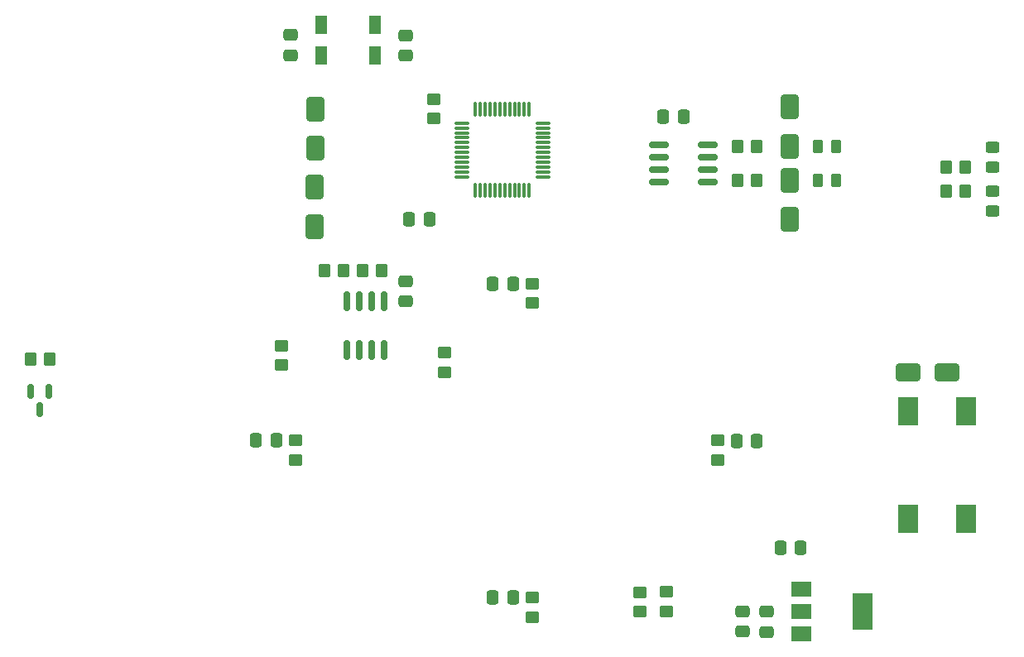
<source format=gbr>
%TF.GenerationSoftware,KiCad,Pcbnew,7.0.9*%
%TF.CreationDate,2024-02-19T11:32:55-03:00*%
%TF.ProjectId,iSTF,69535446-2e6b-4696-9361-645f70636258,rev?*%
%TF.SameCoordinates,Original*%
%TF.FileFunction,Paste,Bot*%
%TF.FilePolarity,Positive*%
%FSLAX46Y46*%
G04 Gerber Fmt 4.6, Leading zero omitted, Abs format (unit mm)*
G04 Created by KiCad (PCBNEW 7.0.9) date 2024-02-19 11:32:55*
%MOMM*%
%LPD*%
G01*
G04 APERTURE LIST*
G04 Aperture macros list*
%AMRoundRect*
0 Rectangle with rounded corners*
0 $1 Rounding radius*
0 $2 $3 $4 $5 $6 $7 $8 $9 X,Y pos of 4 corners*
0 Add a 4 corners polygon primitive as box body*
4,1,4,$2,$3,$4,$5,$6,$7,$8,$9,$2,$3,0*
0 Add four circle primitives for the rounded corners*
1,1,$1+$1,$2,$3*
1,1,$1+$1,$4,$5*
1,1,$1+$1,$6,$7*
1,1,$1+$1,$8,$9*
0 Add four rect primitives between the rounded corners*
20,1,$1+$1,$2,$3,$4,$5,0*
20,1,$1+$1,$4,$5,$6,$7,0*
20,1,$1+$1,$6,$7,$8,$9,0*
20,1,$1+$1,$8,$9,$2,$3,0*%
G04 Aperture macros list end*
%ADD10RoundRect,0.250000X0.450000X-0.350000X0.450000X0.350000X-0.450000X0.350000X-0.450000X-0.350000X0*%
%ADD11RoundRect,0.250000X0.350000X0.450000X-0.350000X0.450000X-0.350000X-0.450000X0.350000X-0.450000X0*%
%ADD12RoundRect,0.150000X-0.150000X0.587500X-0.150000X-0.587500X0.150000X-0.587500X0.150000X0.587500X0*%
%ADD13R,1.300000X1.900000*%
%ADD14RoundRect,0.250000X-0.350000X-0.450000X0.350000X-0.450000X0.350000X0.450000X-0.350000X0.450000X0*%
%ADD15RoundRect,0.250000X-0.650000X1.000000X-0.650000X-1.000000X0.650000X-1.000000X0.650000X1.000000X0*%
%ADD16RoundRect,0.250000X0.337500X0.475000X-0.337500X0.475000X-0.337500X-0.475000X0.337500X-0.475000X0*%
%ADD17RoundRect,0.075000X-0.662500X-0.075000X0.662500X-0.075000X0.662500X0.075000X-0.662500X0.075000X0*%
%ADD18RoundRect,0.075000X-0.075000X-0.662500X0.075000X-0.662500X0.075000X0.662500X-0.075000X0.662500X0*%
%ADD19RoundRect,0.250000X-0.475000X0.337500X-0.475000X-0.337500X0.475000X-0.337500X0.475000X0.337500X0*%
%ADD20RoundRect,0.250000X0.262500X0.450000X-0.262500X0.450000X-0.262500X-0.450000X0.262500X-0.450000X0*%
%ADD21RoundRect,0.250000X-0.337500X-0.475000X0.337500X-0.475000X0.337500X0.475000X-0.337500X0.475000X0*%
%ADD22RoundRect,0.250000X0.650000X-1.000000X0.650000X1.000000X-0.650000X1.000000X-0.650000X-1.000000X0*%
%ADD23R,2.000000X1.500000*%
%ADD24R,2.000000X3.800000*%
%ADD25RoundRect,0.250000X1.000000X0.650000X-1.000000X0.650000X-1.000000X-0.650000X1.000000X-0.650000X0*%
%ADD26R,2.000000X3.000000*%
%ADD27RoundRect,0.150000X-0.825000X-0.150000X0.825000X-0.150000X0.825000X0.150000X-0.825000X0.150000X0*%
%ADD28RoundRect,0.250000X-0.450000X0.350000X-0.450000X-0.350000X0.450000X-0.350000X0.450000X0.350000X0*%
%ADD29RoundRect,0.250000X0.475000X-0.337500X0.475000X0.337500X-0.475000X0.337500X-0.475000X-0.337500X0*%
%ADD30RoundRect,0.250000X-0.450000X0.325000X-0.450000X-0.325000X0.450000X-0.325000X0.450000X0.325000X0*%
%ADD31RoundRect,0.150000X0.150000X-0.825000X0.150000X0.825000X-0.150000X0.825000X-0.150000X-0.825000X0*%
%ADD32RoundRect,0.250000X0.450000X-0.325000X0.450000X0.325000X-0.450000X0.325000X-0.450000X-0.325000X0*%
G04 APERTURE END LIST*
D10*
%TO.C,R1*%
X141610000Y-80462111D03*
X141610000Y-78462111D03*
%TD*%
D11*
%TO.C,R14*%
X102350000Y-105082111D03*
X100350000Y-105082111D03*
%TD*%
D12*
%TO.C,Q1*%
X100350000Y-108394611D03*
X102250000Y-108394611D03*
X101300000Y-110269611D03*
%TD*%
D13*
%TO.C,Y2*%
X135610000Y-74032111D03*
X130110000Y-74032111D03*
X130110000Y-70832111D03*
X135610000Y-70832111D03*
%TD*%
D14*
%TO.C,R3*%
X194000000Y-87925000D03*
X196000000Y-87925000D03*
%TD*%
%TO.C,R13*%
X134300000Y-96042111D03*
X136300000Y-96042111D03*
%TD*%
D15*
%TO.C,D8*%
X178000000Y-79292111D03*
X178000000Y-83292111D03*
%TD*%
D10*
%TO.C,R4*%
X165440000Y-130872111D03*
X165440000Y-128872111D03*
%TD*%
D16*
%TO.C,C16*%
X174667500Y-113422111D03*
X172592500Y-113422111D03*
%TD*%
D17*
%TO.C,U2*%
X144467500Y-86420388D03*
X144467500Y-85920388D03*
X144467500Y-85420388D03*
X144467500Y-84920388D03*
X144467500Y-84420388D03*
X144467500Y-83920388D03*
X144467500Y-83420388D03*
X144467500Y-82920388D03*
X144467500Y-82420388D03*
X144467500Y-81920388D03*
X144467500Y-81420388D03*
X144467500Y-80920388D03*
D18*
X145880000Y-79507888D03*
X146380000Y-79507888D03*
X146880000Y-79507888D03*
X147380000Y-79507888D03*
X147880000Y-79507888D03*
X148380000Y-79507888D03*
X148880000Y-79507888D03*
X149380000Y-79507888D03*
X149880000Y-79507888D03*
X150380000Y-79507888D03*
X150880000Y-79507888D03*
X151380000Y-79507888D03*
D17*
X152792500Y-80920388D03*
X152792500Y-81420388D03*
X152792500Y-81920388D03*
X152792500Y-82420388D03*
X152792500Y-82920388D03*
X152792500Y-83420388D03*
X152792500Y-83920388D03*
X152792500Y-84420388D03*
X152792500Y-84920388D03*
X152792500Y-85420388D03*
X152792500Y-85920388D03*
X152792500Y-86420388D03*
D18*
X151380000Y-87832888D03*
X150880000Y-87832888D03*
X150380000Y-87832888D03*
X149880000Y-87832888D03*
X149380000Y-87832888D03*
X148880000Y-87832888D03*
X148380000Y-87832888D03*
X147880000Y-87832888D03*
X147380000Y-87832888D03*
X146880000Y-87832888D03*
X146380000Y-87832888D03*
X145880000Y-87832888D03*
%TD*%
D19*
%TO.C,C14*%
X126970000Y-71914611D03*
X126970000Y-73989611D03*
%TD*%
D20*
%TO.C,TH1*%
X182752500Y-86792111D03*
X180927500Y-86792111D03*
%TD*%
D21*
%TO.C,C19*%
X147662500Y-129472111D03*
X149737500Y-129472111D03*
%TD*%
D22*
%TO.C,D6*%
X178000000Y-90802111D03*
X178000000Y-86802111D03*
%TD*%
D21*
%TO.C,C17*%
X123442500Y-113402111D03*
X125517500Y-113402111D03*
%TD*%
D11*
%TO.C,R16*%
X174670000Y-83312111D03*
X172670000Y-83312111D03*
%TD*%
%TO.C,R15*%
X174670000Y-86802111D03*
X172670000Y-86802111D03*
%TD*%
D23*
%TO.C,U3*%
X179190000Y-133202111D03*
X179190000Y-130902111D03*
D24*
X185490000Y-130902111D03*
D23*
X179190000Y-128602111D03*
%TD*%
D25*
%TO.C,D1*%
X194100000Y-106400000D03*
X190100000Y-106400000D03*
%TD*%
D14*
%TO.C,R2*%
X194000000Y-85425000D03*
X196000000Y-85425000D03*
%TD*%
D22*
%TO.C,D2*%
X129500000Y-83499611D03*
X129500000Y-79499611D03*
%TD*%
D26*
%TO.C,J5*%
X196100000Y-110400000D03*
X190100000Y-110400000D03*
X190100000Y-121400000D03*
X196100000Y-121400000D03*
%TD*%
D15*
%TO.C,D3*%
X129460000Y-87492111D03*
X129460000Y-91492111D03*
%TD*%
D10*
%TO.C,R7*%
X127490000Y-115392111D03*
X127490000Y-113392111D03*
%TD*%
%TO.C,R8*%
X142720000Y-106432111D03*
X142720000Y-104432111D03*
%TD*%
D27*
%TO.C,U5*%
X164665000Y-86937111D03*
X164665000Y-85667111D03*
X164665000Y-84397111D03*
X164665000Y-83127111D03*
X169615000Y-83127111D03*
X169615000Y-84397111D03*
X169615000Y-85667111D03*
X169615000Y-86937111D03*
%TD*%
D19*
%TO.C,C20*%
X138740000Y-97084611D03*
X138740000Y-99159611D03*
%TD*%
D28*
%TO.C,R6*%
X126000000Y-103700000D03*
X126000000Y-105700000D03*
%TD*%
D21*
%TO.C,C2*%
X177062500Y-124400000D03*
X179137500Y-124400000D03*
%TD*%
D29*
%TO.C,C4*%
X173210000Y-132969611D03*
X173210000Y-130894611D03*
%TD*%
D19*
%TO.C,C13*%
X138720000Y-71934611D03*
X138720000Y-74009611D03*
%TD*%
D10*
%TO.C,R5*%
X170640000Y-115412111D03*
X170640000Y-113412111D03*
%TD*%
D29*
%TO.C,C3*%
X175690000Y-132979611D03*
X175690000Y-130904611D03*
%TD*%
D30*
%TO.C,D4*%
X198800000Y-83375000D03*
X198800000Y-85425000D03*
%TD*%
D20*
%TO.C,TH2*%
X182732500Y-83302111D03*
X180907500Y-83302111D03*
%TD*%
D11*
%TO.C,R12*%
X132420000Y-96042111D03*
X130420000Y-96042111D03*
%TD*%
D10*
%TO.C,R10*%
X162720000Y-130912111D03*
X162720000Y-128912111D03*
%TD*%
%TO.C,R9*%
X151700000Y-99342111D03*
X151700000Y-97342111D03*
%TD*%
D31*
%TO.C,U1*%
X136505000Y-104117111D03*
X135235000Y-104117111D03*
X133965000Y-104117111D03*
X132695000Y-104117111D03*
X132695000Y-99167111D03*
X133965000Y-99167111D03*
X135235000Y-99167111D03*
X136505000Y-99167111D03*
%TD*%
D21*
%TO.C,C18*%
X147662500Y-97342111D03*
X149737500Y-97342111D03*
%TD*%
D32*
%TO.C,D5*%
X198800000Y-89950000D03*
X198800000Y-87900000D03*
%TD*%
D21*
%TO.C,C15*%
X139102500Y-90742111D03*
X141177500Y-90742111D03*
%TD*%
%TO.C,C10*%
X165102500Y-80242111D03*
X167177500Y-80242111D03*
%TD*%
D10*
%TO.C,R11*%
X151700000Y-131472111D03*
X151700000Y-129472111D03*
%TD*%
M02*

</source>
